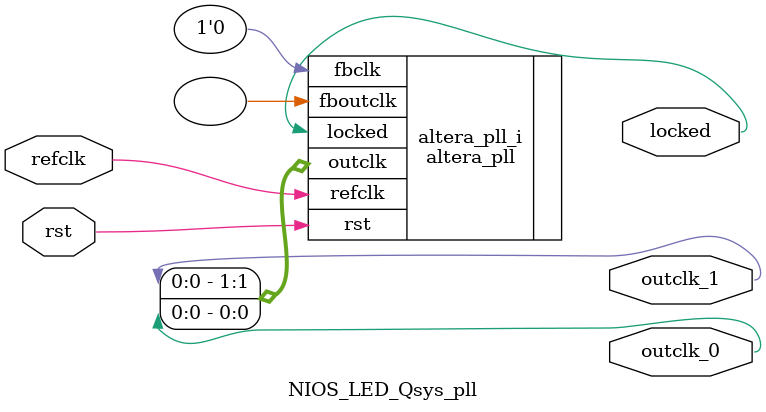
<source format=v>
`timescale 1ns/10ps
module  NIOS_LED_Qsys_pll(

	// interface 'refclk'
	input wire refclk,

	// interface 'reset'
	input wire rst,

	// interface 'outclk0'
	output wire outclk_0,

	// interface 'outclk1'
	output wire outclk_1,

	// interface 'locked'
	output wire locked
);

	altera_pll #(
		.fractional_vco_multiplier("false"),
		.reference_clock_frequency("50.0 MHz"),
		.operation_mode("direct"),
		.number_of_clocks(2),
		.output_clock_frequency0("100.000000 MHz"),
		.phase_shift0("0 ps"),
		.duty_cycle0(50),
		.output_clock_frequency1("40.000000 MHz"),
		.phase_shift1("0 ps"),
		.duty_cycle1(50),
		.output_clock_frequency2("0 MHz"),
		.phase_shift2("0 ps"),
		.duty_cycle2(50),
		.output_clock_frequency3("0 MHz"),
		.phase_shift3("0 ps"),
		.duty_cycle3(50),
		.output_clock_frequency4("0 MHz"),
		.phase_shift4("0 ps"),
		.duty_cycle4(50),
		.output_clock_frequency5("0 MHz"),
		.phase_shift5("0 ps"),
		.duty_cycle5(50),
		.output_clock_frequency6("0 MHz"),
		.phase_shift6("0 ps"),
		.duty_cycle6(50),
		.output_clock_frequency7("0 MHz"),
		.phase_shift7("0 ps"),
		.duty_cycle7(50),
		.output_clock_frequency8("0 MHz"),
		.phase_shift8("0 ps"),
		.duty_cycle8(50),
		.output_clock_frequency9("0 MHz"),
		.phase_shift9("0 ps"),
		.duty_cycle9(50),
		.output_clock_frequency10("0 MHz"),
		.phase_shift10("0 ps"),
		.duty_cycle10(50),
		.output_clock_frequency11("0 MHz"),
		.phase_shift11("0 ps"),
		.duty_cycle11(50),
		.output_clock_frequency12("0 MHz"),
		.phase_shift12("0 ps"),
		.duty_cycle12(50),
		.output_clock_frequency13("0 MHz"),
		.phase_shift13("0 ps"),
		.duty_cycle13(50),
		.output_clock_frequency14("0 MHz"),
		.phase_shift14("0 ps"),
		.duty_cycle14(50),
		.output_clock_frequency15("0 MHz"),
		.phase_shift15("0 ps"),
		.duty_cycle15(50),
		.output_clock_frequency16("0 MHz"),
		.phase_shift16("0 ps"),
		.duty_cycle16(50),
		.output_clock_frequency17("0 MHz"),
		.phase_shift17("0 ps"),
		.duty_cycle17(50),
		.pll_type("General"),
		.pll_subtype("General")
	) altera_pll_i (
		.rst	(rst),
		.outclk	({outclk_1, outclk_0}),
		.locked	(locked),
		.fboutclk	( ),
		.fbclk	(1'b0),
		.refclk	(refclk)
	);
endmodule


</source>
